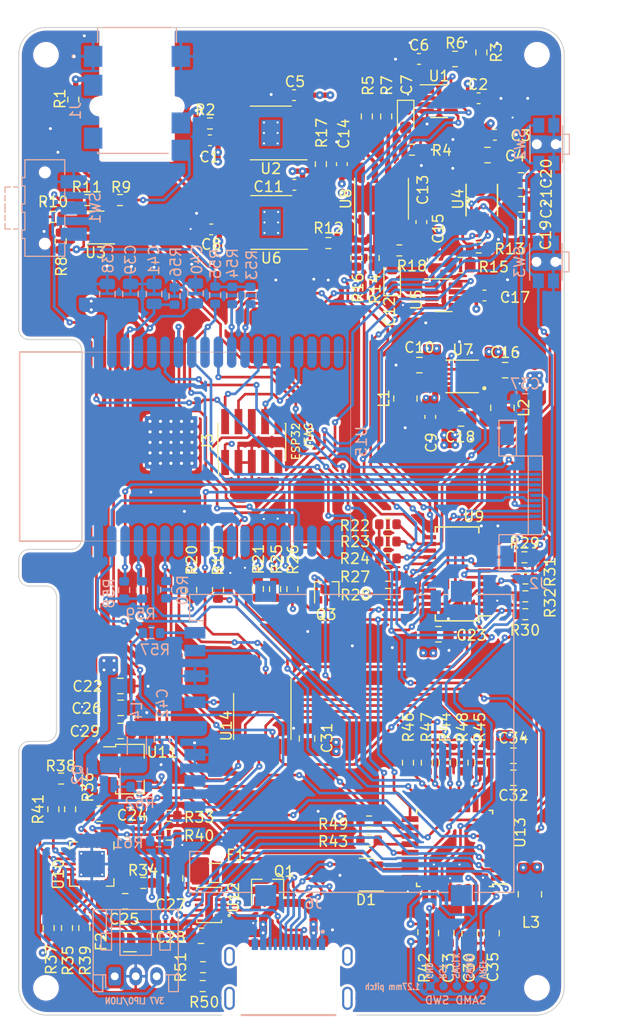
<source format=kicad_pcb>
(kicad_pcb (version 20221018) (generator pcbnew)

  (general
    (thickness 1.566672)
  )

  (paper "A4")
  (layers
    (0 "F.Cu" signal)
    (1 "In1.Cu" signal)
    (2 "In2.Cu" signal)
    (31 "B.Cu" signal)
    (32 "B.Adhes" user "B.Adhesive")
    (33 "F.Adhes" user "F.Adhesive")
    (34 "B.Paste" user)
    (35 "F.Paste" user)
    (36 "B.SilkS" user "B.Silkscreen")
    (37 "F.SilkS" user "F.Silkscreen")
    (38 "B.Mask" user)
    (39 "F.Mask" user)
    (40 "Dwgs.User" user "User.Drawings")
    (41 "Cmts.User" user "User.Comments")
    (42 "Eco1.User" user "User.Eco1")
    (43 "Eco2.User" user "User.Eco2")
    (44 "Edge.Cuts" user)
    (45 "Margin" user)
    (46 "B.CrtYd" user "B.Courtyard")
    (47 "F.CrtYd" user "F.Courtyard")
    (48 "B.Fab" user)
    (49 "F.Fab" user)
    (50 "User.1" user)
    (51 "User.2" user)
    (52 "User.3" user)
    (53 "User.4" user)
    (54 "User.5" user)
    (55 "User.6" user)
    (56 "User.7" user)
    (57 "User.8" user)
    (58 "User.9" user)
  )

  (setup
    (stackup
      (layer "F.SilkS" (type "Top Silk Screen") (color "White"))
      (layer "F.Paste" (type "Top Solder Paste"))
      (layer "F.Mask" (type "Top Solder Mask") (color "Purple") (thickness 0.0254))
      (layer "F.Cu" (type "copper") (thickness 0.04318))
      (layer "dielectric 1" (type "prepreg") (thickness 0.202184) (material "FR408-HR") (epsilon_r 3.69) (loss_tangent 0.0091))
      (layer "In1.Cu" (type "copper") (thickness 0.017272))
      (layer "dielectric 2" (type "core") (thickness 0.9906) (material "FR408-HR") (epsilon_r 3.69) (loss_tangent 0.0091))
      (layer "In2.Cu" (type "copper") (thickness 0.017272))
      (layer "dielectric 3" (type "prepreg") (thickness 0.202184) (material "FR408-HR") (epsilon_r 3.69) (loss_tangent 0.0091))
      (layer "B.Cu" (type "copper") (thickness 0.04318))
      (layer "B.Mask" (type "Bottom Solder Mask") (color "Purple") (thickness 0.0254))
      (layer "B.Paste" (type "Bottom Solder Paste"))
      (layer "B.SilkS" (type "Bottom Silk Screen") (color "White"))
      (copper_finish "ENIG")
      (dielectric_constraints no)
    )
    (pad_to_mask_clearance 0.0508)
    (aux_axis_origin 117.25 51)
    (grid_origin 117.25 51)
    (pcbplotparams
      (layerselection 0x00010fc_ffffffff)
      (plot_on_all_layers_selection 0x0000000_00000000)
      (disableapertmacros false)
      (usegerberextensions true)
      (usegerberattributes true)
      (usegerberadvancedattributes true)
      (creategerberjobfile true)
      (dashed_line_dash_ratio 12.000000)
      (dashed_line_gap_ratio 3.000000)
      (svgprecision 6)
      (plotframeref false)
      (viasonmask false)
      (mode 1)
      (useauxorigin false)
      (hpglpennumber 1)
      (hpglpenspeed 20)
      (hpglpendiameter 15.000000)
      (dxfpolygonmode true)
      (dxfimperialunits true)
      (dxfusepcbnewfont true)
      (psnegative false)
      (psa4output false)
      (plotreference true)
      (plotvalue true)
      (plotinvisibletext false)
      (sketchpadsonfab false)
      (subtractmaskfromsilk false)
      (outputformat 1)
      (mirror false)
      (drillshape 0)
      (scaleselection 1)
      (outputdirectory "gerbers2")
    )
  )

  (net 0 "")
  (net 1 "GND")
  (net 2 "/ESP_EN")
  (net 3 "BAT_LEVEL")
  (net 4 "SYS_POWER")
  (net 5 "USB.DP")
  (net 6 "USB.DN")
  (net 7 "~{3.5mm_DETECT}")
  (net 8 "/JTAG.TMS")
  (net 9 "/JTAG.TCK")
  (net 10 "/JTAG.TDO")
  (net 11 "/JTAG.TDI")
  (net 12 "/SWD.SWDIO")
  (net 13 "/SWD.SWCLK")
  (net 14 "/SWD.RESET")
  (net 15 "/Power/NTC")
  (net 16 "~{CHG_PWR_OK}")
  (net 17 "I2C.SCL")
  (net 18 "/Power/VBUS_RAW")
  (net 19 "I2C.SDA")
  (net 20 "ESP_SPI.PICO")
  (net 21 "/Peripherals/~{DISPLAY_RST}")
  (net 22 "ESP_SPI.SCLK")
  (net 23 "ESP_SPI.DISPLAY_CS")
  (net 24 "DISPLAY_LED_EN")
  (net 25 "DAC.SCK")
  (net 26 "/ESP_BOOT")
  (net 27 "~{SD_VDD_EN}")
  (net 28 "/UART.ESP.TX")
  (net 29 "ESP_SPI.POCI")
  (net 30 "DAC.DATA")
  (net 31 "DAC.BCK")
  (net 32 "ESP_SPI.SD_CS")
  (net 33 "DAC.LRCK")
  (net 34 "SAMD_SPI.POCI")
  (net 35 "/UART.ESP.RX")
  (net 36 "SAMD_SPI.CS")
  (net 37 "SAMD_SPI.PICO")
  (net 38 "/~{SAMD_INT}")
  (net 39 "SAMD_SPI.SCLK")
  (net 40 "CHG_SEL")
  (net 41 "AMP_EN")
  (net 42 "/Power/VBUS_SWITCHED")
  (net 43 "~{GPIO_INT}")
  (net 44 "USB_TCC0")
  (net 45 "USB_TCC1")
  (net 46 "KEY_LOCK")
  (net 47 "CHG_STAT1")
  (net 48 "CHG_STAT2")
  (net 49 "~{TOUCH_INT}")
  (net 50 "DISPLAY_DR")
  (net 51 "+3V3")
  (net 52 "+5VA")
  (net 53 "-5VA")
  (net 54 "KEY_VOL_UP")
  (net 55 "Net-(J7-Pin_1)")
  (net 56 "Net-(J1-Pad2)")
  (net 57 "Net-(J1-Pad3)")
  (net 58 "/Audio/TIP_SW")
  (net 59 "KEY_VOL_DOWN")
  (net 60 "Net-(J4-CD{slash}DAT3)")
  (net 61 "Net-(J4-CMD)")
  (net 62 "Net-(J4-CLK)")
  (net 63 "Net-(J4-DAT0)")
  (net 64 "Net-(J4-DAT1)")
  (net 65 "Net-(J4-DAT2)")
  (net 66 "unconnected-(J1-Pad6)")
  (net 67 "/Power/CC1")
  (net 68 "/Power/CC2")
  (net 69 "Net-(U1-A)")
  (net 70 "Net-(U1-W)")
  (net 71 "Net-(U8B-+)")
  (net 72 "Net-(U5-W)")
  (net 73 "Net-(U8A-+)")
  (net 74 "Net-(U5-A)")
  (net 75 "Net-(U4-VQ)")
  (net 76 "Net-(U4-FIL+)")
  (net 77 "Net-(U10-V_{BAT_SENSE})")
  (net 78 "~{VOL_ZCEN}")
  (net 79 "VOL_UP_~{DOWN}")
  (net 80 "~{VOL_R_CS}")
  (net 81 "~{VOL_L_CS}")
  (net 82 "Net-(U13-VDDCORE)")
  (net 83 "unconnected-(J3-UART_TX-Pad7)")
  (net 84 "unconnected-(J3-UART_RX-Pad9)")
  (net 85 "unconnected-(J3-nRst-Pad10)")
  (net 86 "unconnected-(J6-SBU1-PadA8)")
  (net 87 "unconnected-(J6-SBU2-PadB8)")
  (net 88 "Net-(C27-Pad1)")
  (net 89 "Net-(U7-SWN)")
  (net 90 "Net-(U7-SWP)")
  (net 91 "Net-(Q2-D)")
  (net 92 "Net-(Q1-G)")
  (net 93 "Net-(U6-OUT)")
  (net 94 "Net-(U2-OUT)")
  (net 95 "Net-(U4-AOUTL)")
  (net 96 "Net-(U8B--)")
  (net 97 "Net-(U3--)")
  (net 98 "Net-(U3-+)")
  (net 99 "Net-(U6-BW)")
  (net 100 "Net-(U4-AOUTR)")
  (net 101 "Net-(U8A--)")
  (net 102 "Net-(U2-BW)")
  (net 103 "Net-(U14E-~{OE})")
  (net 104 "Net-(U14E-S)")
  (net 105 "Net-(U10-VPCC)")
  (net 106 "Net-(U10-CE)")
  (net 107 "Net-(U10-PROG3)")
  (net 108 "Net-(U10-PROG2)")
  (net 109 "Net-(U10-PROG1)")
  (net 110 "unconnected-(SW1-A-Pad1)")
  (net 111 "unconnected-(U2-NC-Pad2)")
  (net 112 "Net-(U2-IN)")
  (net 113 "unconnected-(U2-NC-Pad5)")
  (net 114 "unconnected-(U2-NC-Pad8)")
  (net 115 "unconnected-(U6-NC-Pad2)")
  (net 116 "Net-(U6-IN)")
  (net 117 "unconnected-(U6-NC-Pad5)")
  (net 118 "unconnected-(U6-NC-Pad8)")
  (net 119 "unconnected-(U9-IO0_6-Pad10)")
  (net 120 "unconnected-(U9-IO1_6-Pad19)")
  (net 121 "unconnected-(U9-IO1_7-Pad20)")
  (net 122 "unconnected-(U12-ORIENT-Pad8)")
  (net 123 "unconnected-(U12-SWMONI-Pad9)")
  (net 124 "unconnected-(U13-SERCOM3.1-Pad22)")
  (net 125 "unconnected-(U15-I39{slash}NOINT-Pad5)")
  (net 126 "unconnected-(U15-SHD{slash}SD2-Pad17)")
  (net 127 "unconnected-(U15-SWP{slash}SD3-Pad18)")
  (net 128 "unconnected-(U15-SCS{slash}CMD-Pad19)")
  (net 129 "unconnected-(U15-SCK{slash}CLK-Pad20)")
  (net 130 "unconnected-(U15-SDO{slash}SD0-Pad21)")
  (net 131 "unconnected-(U15-SDI{slash}SD1-Pad22)")
  (net 132 "unconnected-(U15-IO16-Pad27)")
  (net 133 "unconnected-(U15-IO17-Pad28)")
  (net 134 "unconnected-(U15-NC-Pad32)")
  (net 135 "Net-(U13-VDDIN)")
  (net 136 "Net-(J4-VDD)")

  (footprint "Package_TO_SOT_SMD:TSOT-23" (layer "F.Cu") (at 141.2 133.6 90))

  (footprint "Fuse:Fuse_1206_3216Metric" (layer "F.Cu") (at 128.1 138.65))

  (footprint "Resistor_SMD:R_0603_1608Metric" (layer "F.Cu") (at 141.936497 104.985071 90))

  (footprint "MountingHole:MountingHole_2.2mm_M2" (layer "F.Cu") (at 166.9 143))

  (footprint "Inductor_SMD:L_1008_2520Metric" (layer "F.Cu") (at 154.359495 86.82128 90))

  (footprint "Capacitor_SMD:C_0805_2012Metric" (layer "F.Cu") (at 125.2 126.4 180))

  (footprint "Resistor_SMD:R_0603_1608Metric" (layer "F.Cu") (at 122.7 58.325 90))

  (footprint "Resistor_SMD:R_0603_1608Metric" (layer "F.Cu") (at 122.1 137.3 -90))

  (footprint "Package_DFN_QFN:QFN-20-1EP_4x4mm_P0.5mm_EP2.5x2.5mm_ThermalVias" (layer "F.Cu") (at 124.4625 131.2 -90))

  (footprint "Package_TO_SOT_SMD:SOT-323_SC-70" (layer "F.Cu") (at 146.861116 105.015656 90))

  (footprint "Capacitor_SMD:C_0805_2012Metric" (layer "F.Cu") (at 127.65 134.75))

  (footprint "Capacitor_SMD:C_0603_1608Metric" (layer "F.Cu") (at 155.65 54.45 180))

  (footprint "Package_SO:SSOP-24_3.9x8.7mm_P0.635mm" (layer "F.Cu") (at 159.283585 103.539839 180))

  (footprint "Resistor_SMD:R_0603_1608Metric" (layer "F.Cu") (at 150.895998 127.14459))

  (footprint "Resistor_SMD:R_0603_1608Metric" (layer "F.Cu") (at 161.340564 72.419212 180))

  (footprint "Capacitor_SMD:C_0603_1608Metric" (layer "F.Cu") (at 156.730823 88.571527 -90))

  (footprint "Resistor_SMD:R_0603_1608Metric" (layer "F.Cu") (at 120.35 137.3 90))

  (footprint "Capacitor_SMD:C_0805_2012Metric" (layer "F.Cu") (at 165.406837 68.296512))

  (footprint "Capacitor_SMD:C_0805_2012Metric" (layer "F.Cu") (at 165.381837 66.031512))

  (footprint "Resistor_SMD:R_0603_1608Metric" (layer "F.Cu") (at 165.791164 107.382484 180))

  (footprint "Capacitor_SMD:C_0805_2012Metric" (layer "F.Cu") (at 127.188526 114.226014))

  (footprint "Resistor_SMD:R_0603_1608Metric" (layer "F.Cu") (at 135.725 60.6 180))

  (footprint "Resistor_SMD:R_0603_1608Metric" (layer "F.Cu") (at 152.683992 100.448918 180))

  (footprint "Capacitor_SMD:C_0805_2012Metric" (layer "F.Cu") (at 165.406837 70.496512))

  (footprint "Capacitor_SMD:C_0603_1608Metric" (layer "F.Cu") (at 155.88 70 90))

  (footprint "Resistor_SMD:R_0603_1608Metric" (layer "F.Cu") (at 152.689047 102.065251 180))

  (footprint "Resistor_SMD:R_0603_1608Metric" (layer "F.Cu") (at 121.55 123.05 180))

  (footprint "Capacitor_SMD:C_0603_1608Metric" (layer "F.Cu") (at 156.97 73.6 90))

  (footprint "Resistor_SMD:R_0603_1608Metric" (layer "F.Cu") (at 120.775 69.5))

  (footprint "Capacitor_SMD:C_0603_1608Metric" (layer "F.Cu") (at 135.725 62.205 180))

  (footprint "Resistor_SMD:R_0603_1608Metric" (layer "F.Cu") (at 152.707828 103.714918 180))

  (footprint "footprints:BD91N01NUX-E2" (layer "F.Cu") (at 135.6475 135.099874 180))

  (footprint "Capacitor_SMD:C_0603_1608Metric" (layer "F.Cu") (at 162.88925 61.681681))

  (footprint "Capacitor_SMD:C_0603_1608Metric" (layer "F.Cu") (at 135.85 70.7 180))

  (footprint "Resistor_SMD:R_0603_1608Metric" (layer "F.Cu") (at 123.75 137.3 -90))

  (footprint "Capacitor_SMD:C_0805_2012Metric" (layer "F.Cu") (at 158.250275 137.782994 90))

  (footprint "Resistor_SMD:R_0603_1608Metric" (layer "F.Cu") (at 120.8 125.975 -90))

  (footprint "Resistor_SMD:R_0603_1608Metric" (layer "F.Cu") (at 146.3 64.475 -90))

  (footprint "Resistor_SMD:R_0603_1608Metric" (layer "F.Cu") (at 153.78 72.7 180))

  (footprint "Resistor_SMD:R_0603_1608Metric" (layer "F.Cu") (at 127.15 67.9 180))

  (footprint "Capacitor_SMD:C_0603_1608Metric" (layer "F.Cu") (at 143.75 57.9 180))

  (footprint "Capacitor_SMD:C_0805_2012Metric" (layer "F.Cu") (at 132.4 132.55 -90))

  (footprint "Capacitor_SMD:C_0603_1608Metric" (layer "F.Cu")
    (tstamp 672b3d75-0607-4e60-b0a9-54993d255b03)
    (at 143.775
... [4024299 chars truncated]
</source>
